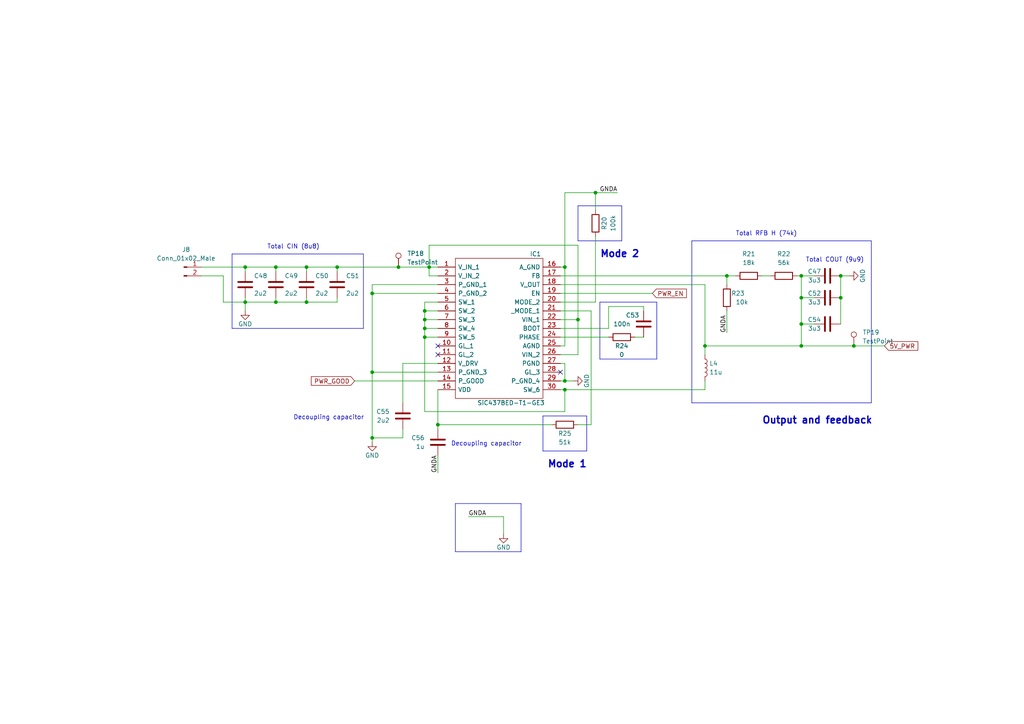
<source format=kicad_sch>
(kicad_sch (version 20230121) (generator eeschema)

  (uuid bcc9a95c-e81a-4887-b27a-f661fed4bdca)

  (paper "A4")

  (title_block
    (title "Camera Power Buck Converter")
    (date "2023-02-07")
    (rev "0.1")
    (company "ICLR")
  )

  (lib_symbols
    (symbol "Connector:Conn_01x02_Male" (pin_names (offset 1.016) hide) (in_bom yes) (on_board yes)
      (property "Reference" "J" (at 0 2.54 0)
        (effects (font (size 1.27 1.27)))
      )
      (property "Value" "Conn_01x02_Male" (at 0 -5.08 0)
        (effects (font (size 1.27 1.27)))
      )
      (property "Footprint" "" (at 0 0 0)
        (effects (font (size 1.27 1.27)) hide)
      )
      (property "Datasheet" "~" (at 0 0 0)
        (effects (font (size 1.27 1.27)) hide)
      )
      (property "ki_keywords" "connector" (at 0 0 0)
        (effects (font (size 1.27 1.27)) hide)
      )
      (property "ki_description" "Generic connector, single row, 01x02, script generated (kicad-library-utils/schlib/autogen/connector/)" (at 0 0 0)
        (effects (font (size 1.27 1.27)) hide)
      )
      (property "ki_fp_filters" "Connector*:*_1x??_*" (at 0 0 0)
        (effects (font (size 1.27 1.27)) hide)
      )
      (symbol "Conn_01x02_Male_1_1"
        (polyline
          (pts
            (xy 1.27 -2.54)
            (xy 0.8636 -2.54)
          )
          (stroke (width 0.1524) (type default))
          (fill (type none))
        )
        (polyline
          (pts
            (xy 1.27 0)
            (xy 0.8636 0)
          )
          (stroke (width 0.1524) (type default))
          (fill (type none))
        )
        (rectangle (start 0.8636 -2.413) (end 0 -2.667)
          (stroke (width 0.1524) (type default))
          (fill (type outline))
        )
        (rectangle (start 0.8636 0.127) (end 0 -0.127)
          (stroke (width 0.1524) (type default))
          (fill (type outline))
        )
        (pin passive line (at 5.08 0 180) (length 3.81)
          (name "Pin_1" (effects (font (size 1.27 1.27))))
          (number "1" (effects (font (size 1.27 1.27))))
        )
        (pin passive line (at 5.08 -2.54 180) (length 3.81)
          (name "Pin_2" (effects (font (size 1.27 1.27))))
          (number "2" (effects (font (size 1.27 1.27))))
        )
      )
    )
    (symbol "Connector:TestPoint" (pin_numbers hide) (pin_names (offset 0.762) hide) (in_bom yes) (on_board yes)
      (property "Reference" "TP" (at 0 6.858 0)
        (effects (font (size 1.27 1.27)))
      )
      (property "Value" "TestPoint" (at 0 5.08 0)
        (effects (font (size 1.27 1.27)))
      )
      (property "Footprint" "" (at 5.08 0 0)
        (effects (font (size 1.27 1.27)) hide)
      )
      (property "Datasheet" "~" (at 5.08 0 0)
        (effects (font (size 1.27 1.27)) hide)
      )
      (property "ki_keywords" "test point tp" (at 0 0 0)
        (effects (font (size 1.27 1.27)) hide)
      )
      (property "ki_description" "test point" (at 0 0 0)
        (effects (font (size 1.27 1.27)) hide)
      )
      (property "ki_fp_filters" "Pin* Test*" (at 0 0 0)
        (effects (font (size 1.27 1.27)) hide)
      )
      (symbol "TestPoint_0_1"
        (circle (center 0 3.302) (radius 0.762)
          (stroke (width 0) (type default))
          (fill (type none))
        )
      )
      (symbol "TestPoint_1_1"
        (pin passive line (at 0 0 90) (length 2.54)
          (name "1" (effects (font (size 1.27 1.27))))
          (number "1" (effects (font (size 1.27 1.27))))
        )
      )
    )
    (symbol "Device:C" (pin_numbers hide) (pin_names (offset 0.254)) (in_bom yes) (on_board yes)
      (property "Reference" "C" (at 0.635 2.54 0)
        (effects (font (size 1.27 1.27)) (justify left))
      )
      (property "Value" "C" (at 0.635 -2.54 0)
        (effects (font (size 1.27 1.27)) (justify left))
      )
      (property "Footprint" "" (at 0.9652 -3.81 0)
        (effects (font (size 1.27 1.27)) hide)
      )
      (property "Datasheet" "~" (at 0 0 0)
        (effects (font (size 1.27 1.27)) hide)
      )
      (property "ki_keywords" "cap capacitor" (at 0 0 0)
        (effects (font (size 1.27 1.27)) hide)
      )
      (property "ki_description" "Unpolarized capacitor" (at 0 0 0)
        (effects (font (size 1.27 1.27)) hide)
      )
      (property "ki_fp_filters" "C_*" (at 0 0 0)
        (effects (font (size 1.27 1.27)) hide)
      )
      (symbol "C_0_1"
        (polyline
          (pts
            (xy -2.032 -0.762)
            (xy 2.032 -0.762)
          )
          (stroke (width 0.508) (type default))
          (fill (type none))
        )
        (polyline
          (pts
            (xy -2.032 0.762)
            (xy 2.032 0.762)
          )
          (stroke (width 0.508) (type default))
          (fill (type none))
        )
      )
      (symbol "C_1_1"
        (pin passive line (at 0 3.81 270) (length 2.794)
          (name "~" (effects (font (size 1.27 1.27))))
          (number "1" (effects (font (size 1.27 1.27))))
        )
        (pin passive line (at 0 -3.81 90) (length 2.794)
          (name "~" (effects (font (size 1.27 1.27))))
          (number "2" (effects (font (size 1.27 1.27))))
        )
      )
    )
    (symbol "Device:L" (pin_numbers hide) (pin_names (offset 1.016) hide) (in_bom yes) (on_board yes)
      (property "Reference" "L" (at -1.27 0 90)
        (effects (font (size 1.27 1.27)))
      )
      (property "Value" "L" (at 1.905 0 90)
        (effects (font (size 1.27 1.27)))
      )
      (property "Footprint" "" (at 0 0 0)
        (effects (font (size 1.27 1.27)) hide)
      )
      (property "Datasheet" "~" (at 0 0 0)
        (effects (font (size 1.27 1.27)) hide)
      )
      (property "ki_keywords" "inductor choke coil reactor magnetic" (at 0 0 0)
        (effects (font (size 1.27 1.27)) hide)
      )
      (property "ki_description" "Inductor" (at 0 0 0)
        (effects (font (size 1.27 1.27)) hide)
      )
      (property "ki_fp_filters" "Choke_* *Coil* Inductor_* L_*" (at 0 0 0)
        (effects (font (size 1.27 1.27)) hide)
      )
      (symbol "L_0_1"
        (arc (start 0 -2.54) (mid 0.6323 -1.905) (end 0 -1.27)
          (stroke (width 0) (type default))
          (fill (type none))
        )
        (arc (start 0 -1.27) (mid 0.6323 -0.635) (end 0 0)
          (stroke (width 0) (type default))
          (fill (type none))
        )
        (arc (start 0 0) (mid 0.6323 0.635) (end 0 1.27)
          (stroke (width 0) (type default))
          (fill (type none))
        )
        (arc (start 0 1.27) (mid 0.6323 1.905) (end 0 2.54)
          (stroke (width 0) (type default))
          (fill (type none))
        )
      )
      (symbol "L_1_1"
        (pin passive line (at 0 3.81 270) (length 1.27)
          (name "1" (effects (font (size 1.27 1.27))))
          (number "1" (effects (font (size 1.27 1.27))))
        )
        (pin passive line (at 0 -3.81 90) (length 1.27)
          (name "2" (effects (font (size 1.27 1.27))))
          (number "2" (effects (font (size 1.27 1.27))))
        )
      )
    )
    (symbol "Device:R" (pin_numbers hide) (pin_names (offset 0)) (in_bom yes) (on_board yes)
      (property "Reference" "R" (at 2.032 0 90)
        (effects (font (size 1.27 1.27)))
      )
      (property "Value" "R" (at 0 0 90)
        (effects (font (size 1.27 1.27)))
      )
      (property "Footprint" "" (at -1.778 0 90)
        (effects (font (size 1.27 1.27)) hide)
      )
      (property "Datasheet" "~" (at 0 0 0)
        (effects (font (size 1.27 1.27)) hide)
      )
      (property "ki_keywords" "R res resistor" (at 0 0 0)
        (effects (font (size 1.27 1.27)) hide)
      )
      (property "ki_description" "Resistor" (at 0 0 0)
        (effects (font (size 1.27 1.27)) hide)
      )
      (property "ki_fp_filters" "R_*" (at 0 0 0)
        (effects (font (size 1.27 1.27)) hide)
      )
      (symbol "R_0_1"
        (rectangle (start -1.016 -2.54) (end 1.016 2.54)
          (stroke (width 0.254) (type default))
          (fill (type none))
        )
      )
      (symbol "R_1_1"
        (pin passive line (at 0 3.81 270) (length 1.27)
          (name "~" (effects (font (size 1.27 1.27))))
          (number "1" (effects (font (size 1.27 1.27))))
        )
        (pin passive line (at 0 -3.81 90) (length 1.27)
          (name "~" (effects (font (size 1.27 1.27))))
          (number "2" (effects (font (size 1.27 1.27))))
        )
      )
    )
    (symbol "ICLR:SiC437BED-T1-GE3" (pin_names (offset 0.762)) (in_bom yes) (on_board yes)
      (property "Reference" "IC" (at 31.75 7.62 0)
        (effects (font (size 1.27 1.27)) (justify left))
      )
      (property "Value" "SiC437BED-T1-GE3" (at 31.75 5.08 0)
        (effects (font (size 1.27 1.27)) (justify left))
      )
      (property "Footprint" "SiC437BEDT1GE3" (at 31.75 2.54 0)
        (effects (font (size 1.27 1.27)) (justify left) hide)
      )
      (property "Datasheet" "https://componentsearchengine.com/Datasheets/1/SiC437BED-T1-GE3.pdf" (at 31.75 0 0)
        (effects (font (size 1.27 1.27)) (justify left) hide)
      )
      (property "Description" "Switching Voltage Regulators 3-28V 12A 50uA microBUCK MLP44-24" (at 31.75 -2.54 0)
        (effects (font (size 1.27 1.27)) (justify left) hide)
      )
      (property "Height" "0.8" (at 31.75 -5.08 0)
        (effects (font (size 1.27 1.27)) (justify left) hide)
      )
      (property "Manufacturer_Name" "Vishay" (at 31.75 -7.62 0)
        (effects (font (size 1.27 1.27)) (justify left) hide)
      )
      (property "Manufacturer_Part_Number" "SiC437BED-T1-GE3" (at 31.75 -10.16 0)
        (effects (font (size 1.27 1.27)) (justify left) hide)
      )
      (property "Mouser Part Number" "78-SIC437BED-T1-GE3" (at 31.75 -12.7 0)
        (effects (font (size 1.27 1.27)) (justify left) hide)
      )
      (property "Mouser Price/Stock" "https://www.mouser.co.uk/ProductDetail/Vishay-Siliconix/SiC437BED-T1-GE3?qs=chTDxNqvsyntp1SKlnHzGA%3D%3D" (at 31.75 -15.24 0)
        (effects (font (size 1.27 1.27)) (justify left) hide)
      )
      (property "Arrow Part Number" "SIC437BED-T1-GE3" (at 31.75 -17.78 0)
        (effects (font (size 1.27 1.27)) (justify left) hide)
      )
      (property "Arrow Price/Stock" "https://www.arrow.com/en/products/sic437bed-t1-ge3/vishay" (at 31.75 -20.32 0)
        (effects (font (size 1.27 1.27)) (justify left) hide)
      )
      (property "Mouser Testing Part Number" "" (at 31.75 -22.86 0)
        (effects (font (size 1.27 1.27)) (justify left) hide)
      )
      (property "Mouser Testing Price/Stock" "" (at 31.75 -25.4 0)
        (effects (font (size 1.27 1.27)) (justify left) hide)
      )
      (property "ki_description" "Switching Voltage Regulators 3-28V 12A 50uA microBUCK MLP44-24" (at 0 0 0)
        (effects (font (size 1.27 1.27)) hide)
      )
      (symbol "SiC437BED-T1-GE3_0_0"
        (pin passive line (at 0 0 0) (length 5.08)
          (name "V_IN_1" (effects (font (size 1.27 1.27))))
          (number "1" (effects (font (size 1.27 1.27))))
        )
        (pin passive line (at 0 -22.86 0) (length 5.08)
          (name "GL_1" (effects (font (size 1.27 1.27))))
          (number "10" (effects (font (size 1.27 1.27))))
        )
        (pin passive line (at 0 -25.4 0) (length 5.08)
          (name "GL_2" (effects (font (size 1.27 1.27))))
          (number "11" (effects (font (size 1.27 1.27))))
        )
        (pin passive line (at 0 -27.94 0) (length 5.08)
          (name "V_DRV" (effects (font (size 1.27 1.27))))
          (number "12" (effects (font (size 1.27 1.27))))
        )
        (pin passive line (at 0 -30.48 0) (length 5.08)
          (name "P_GND_3" (effects (font (size 1.27 1.27))))
          (number "13" (effects (font (size 1.27 1.27))))
        )
        (pin passive line (at 0 -33.02 0) (length 5.08)
          (name "P_GOOD" (effects (font (size 1.27 1.27))))
          (number "14" (effects (font (size 1.27 1.27))))
        )
        (pin passive line (at 0 -35.56 0) (length 5.08)
          (name "VDD" (effects (font (size 1.27 1.27))))
          (number "15" (effects (font (size 1.27 1.27))))
        )
        (pin passive line (at 35.56 0 180) (length 5.08)
          (name "A_GND" (effects (font (size 1.27 1.27))))
          (number "16" (effects (font (size 1.27 1.27))))
        )
        (pin passive line (at 35.56 -2.54 180) (length 5.08)
          (name "FB" (effects (font (size 1.27 1.27))))
          (number "17" (effects (font (size 1.27 1.27))))
        )
        (pin passive line (at 35.56 -5.08 180) (length 5.08)
          (name "V_OUT" (effects (font (size 1.27 1.27))))
          (number "18" (effects (font (size 1.27 1.27))))
        )
        (pin passive line (at 35.56 -7.62 180) (length 5.08)
          (name "EN" (effects (font (size 1.27 1.27))))
          (number "19" (effects (font (size 1.27 1.27))))
        )
        (pin passive line (at 0 -2.54 0) (length 5.08)
          (name "V_IN_2" (effects (font (size 1.27 1.27))))
          (number "2" (effects (font (size 1.27 1.27))))
        )
        (pin passive line (at 35.56 -10.16 180) (length 5.08)
          (name "MODE_2" (effects (font (size 1.27 1.27))))
          (number "20" (effects (font (size 1.27 1.27))))
        )
        (pin passive line (at 35.56 -12.7 180) (length 5.08)
          (name "_MODE_1" (effects (font (size 1.27 1.27))))
          (number "21" (effects (font (size 1.27 1.27))))
        )
        (pin passive line (at 35.56 -15.24 180) (length 5.08)
          (name "VIN_1" (effects (font (size 1.27 1.27))))
          (number "22" (effects (font (size 1.27 1.27))))
        )
        (pin passive line (at 35.56 -17.78 180) (length 5.08)
          (name "BOOT" (effects (font (size 1.27 1.27))))
          (number "23" (effects (font (size 1.27 1.27))))
        )
        (pin passive line (at 35.56 -20.32 180) (length 5.08)
          (name "PHASE" (effects (font (size 1.27 1.27))))
          (number "24" (effects (font (size 1.27 1.27))))
        )
        (pin passive line (at 35.56 -22.86 180) (length 5.08)
          (name "AGND" (effects (font (size 1.27 1.27))))
          (number "25" (effects (font (size 1.27 1.27))))
        )
        (pin passive line (at 35.56 -25.4 180) (length 5.08)
          (name "VIN_2" (effects (font (size 1.27 1.27))))
          (number "26" (effects (font (size 1.27 1.27))))
        )
        (pin passive line (at 35.56 -27.94 180) (length 5.08)
          (name "PGND" (effects (font (size 1.27 1.27))))
          (number "27" (effects (font (size 1.27 1.27))))
        )
        (pin passive line (at 35.56 -30.48 180) (length 5.08)
          (name "GL_3" (effects (font (size 1.27 1.27))))
          (number "28" (effects (font (size 1.27 1.27))))
        )
        (pin passive line (at 35.56 -33.02 180) (length 5.08)
          (name "P_GND_4" (effects (font (size 1.27 1.27))))
          (number "29" (effects (font (size 1.27 1.27))))
        )
        (pin passive line (at 0 -5.08 0) (length 5.08)
          (name "P_GND_1" (effects (font (size 1.27 1.27))))
          (number "3" (effects (font (size 1.27 1.27))))
        )
        (pin passive line (at 35.56 -35.56 180) (length 5.08)
          (name "SW_6" (effects (font (size 1.27 1.27))))
          (number "30" (effects (font (size 1.27 1.27))))
        )
        (pin passive line (at 0 -7.62 0) (length 5.08)
          (name "P_GND_2" (effects (font (size 1.27 1.27))))
          (number "4" (effects (font (size 1.27 1.27))))
        )
        (pin passive line (at 0 -10.16 0) (length 5.08)
          (name "SW_1" (effects (font (size 1.27 1.27))))
          (number "5" (effects (font (size 1.27 1.27))))
        )
        (pin passive line (at 0 -12.7 0) (length 5.08)
          (name "SW_2" (effects (font (size 1.27 1.27))))
          (number "6" (effects (font (size 1.27 1.27))))
        )
        (pin passive line (at 0 -15.24 0) (length 5.08)
          (name "SW_3" (effects (font (size 1.27 1.27))))
          (number "7" (effects (font (size 1.27 1.27))))
        )
        (pin passive line (at 0 -17.78 0) (length 5.08)
          (name "SW_4" (effects (font (size 1.27 1.27))))
          (number "8" (effects (font (size 1.27 1.27))))
        )
        (pin passive line (at 0 -20.32 0) (length 5.08)
          (name "SW_5" (effects (font (size 1.27 1.27))))
          (number "9" (effects (font (size 1.27 1.27))))
        )
      )
      (symbol "SiC437BED-T1-GE3_0_1"
        (polyline
          (pts
            (xy 5.08 2.54)
            (xy 30.48 2.54)
            (xy 30.48 -38.1)
            (xy 5.08 -38.1)
            (xy 5.08 2.54)
          )
          (stroke (width 0.1524) (type default))
          (fill (type none))
        )
      )
    )
    (symbol "power:GND" (power) (pin_names (offset 0)) (in_bom yes) (on_board yes)
      (property "Reference" "#PWR" (at 0 -6.35 0)
        (effects (font (size 1.27 1.27)) hide)
      )
      (property "Value" "GND" (at 0 -3.81 0)
        (effects (font (size 1.27 1.27)))
      )
      (property "Footprint" "" (at 0 0 0)
        (effects (font (size 1.27 1.27)) hide)
      )
      (property "Datasheet" "" (at 0 0 0)
        (effects (font (size 1.27 1.27)) hide)
      )
      (property "ki_keywords" "global power" (at 0 0 0)
        (effects (font (size 1.27 1.27)) hide)
      )
      (property "ki_description" "Power symbol creates a global label with name \"GND\" , ground" (at 0 0 0)
        (effects (font (size 1.27 1.27)) hide)
      )
      (symbol "GND_0_1"
        (polyline
          (pts
            (xy 0 0)
            (xy 0 -1.27)
            (xy 1.27 -1.27)
            (xy 0 -2.54)
            (xy -1.27 -1.27)
            (xy 0 -1.27)
          )
          (stroke (width 0) (type default))
          (fill (type none))
        )
      )
      (symbol "GND_1_1"
        (pin power_in line (at 0 0 270) (length 0) hide
          (name "GND" (effects (font (size 1.27 1.27))))
          (number "1" (effects (font (size 1.27 1.27))))
        )
      )
    )
  )


  (junction (at 71.12 77.47) (diameter 0) (color 0 0 0 0)
    (uuid 0ed11768-3b58-4caf-be12-f0a05547a015)
  )
  (junction (at 247.65 100.33) (diameter 0) (color 0 0 0 0)
    (uuid 1792c455-127b-4f19-bda0-0029efc9b6e9)
  )
  (junction (at 88.9 77.47) (diameter 0) (color 0 0 0 0)
    (uuid 38198560-c7db-4bf3-8bd6-ac413f59eccc)
  )
  (junction (at 97.79 77.47) (diameter 0) (color 0 0 0 0)
    (uuid 39c421ca-1e8b-46b4-9f03-1c7fdcca7427)
  )
  (junction (at 71.12 87.63) (diameter 0) (color 0 0 0 0)
    (uuid 3c70f970-fbb1-4939-8d70-c85ac3cd85ac)
  )
  (junction (at 232.41 80.01) (diameter 0) (color 0 0 0 0)
    (uuid 3ec92c5d-70c4-4a1a-8671-f89638624234)
  )
  (junction (at 167.64 92.71) (diameter 0) (color 0 0 0 0)
    (uuid 4a0ca703-e401-4700-8607-cef2e95e95a3)
  )
  (junction (at 210.82 80.01) (diameter 0) (color 0 0 0 0)
    (uuid 4faf38ed-6183-4523-a218-adf31fdd9a2f)
  )
  (junction (at 123.19 97.79) (diameter 0) (color 0 0 0 0)
    (uuid 54b90f5f-062e-45a3-b1d1-466c422d2e38)
  )
  (junction (at 123.19 92.71) (diameter 0) (color 0 0 0 0)
    (uuid 5916c11c-2b93-4fa0-a715-523d55c4bca9)
  )
  (junction (at 163.83 113.03) (diameter 0) (color 0 0 0 0)
    (uuid 5e47e4e5-71ba-44c3-a16a-90e1a7136f64)
  )
  (junction (at 232.41 93.98) (diameter 0) (color 0 0 0 0)
    (uuid 5ea9dd34-a9b5-4351-9e5b-150a28ce520d)
  )
  (junction (at 232.41 100.33) (diameter 0) (color 0 0 0 0)
    (uuid 5ec2072b-41fc-48ba-a413-d24f0f60beae)
  )
  (junction (at 243.84 86.36) (diameter 0) (color 0 0 0 0)
    (uuid 660bd274-8f48-441a-9dc4-e31aee976f92)
  )
  (junction (at 204.47 100.33) (diameter 0) (color 0 0 0 0)
    (uuid 6622b0cb-72e9-4679-8b19-9ef981d62de9)
  )
  (junction (at 107.95 107.95) (diameter 0) (color 0 0 0 0)
    (uuid 6e77693b-b2ea-4992-a893-5164b63a87db)
  )
  (junction (at 107.95 127) (diameter 0) (color 0 0 0 0)
    (uuid 7a72a317-b950-41d2-8377-55eaaab3b963)
  )
  (junction (at 115.57 77.47) (diameter 0) (color 0 0 0 0)
    (uuid 94f88e7d-5a9e-41ec-a61d-36202847edc2)
  )
  (junction (at 123.19 90.17) (diameter 0) (color 0 0 0 0)
    (uuid 95f5b309-8d3a-4f1f-bb7c-35c8b5853eeb)
  )
  (junction (at 163.83 110.49) (diameter 0) (color 0 0 0 0)
    (uuid 9929eda2-8be4-4a72-922d-7d3675e3031f)
  )
  (junction (at 163.83 77.47) (diameter 0) (color 0 0 0 0)
    (uuid af0cab1a-b60b-4200-b8c9-a3aa26f9ce53)
  )
  (junction (at 172.72 55.88) (diameter 0) (color 0 0 0 0)
    (uuid b1c86d8e-c4f9-4fd8-b1a5-176c5a7535a0)
  )
  (junction (at 123.19 95.25) (diameter 0) (color 0 0 0 0)
    (uuid b7fcc818-982b-4d58-a5b9-01920bff0c51)
  )
  (junction (at 124.46 77.47) (diameter 0) (color 0 0 0 0)
    (uuid ba7fc03b-c285-4926-aa66-7ed86dceee2d)
  )
  (junction (at 232.41 86.36) (diameter 0) (color 0 0 0 0)
    (uuid bd768512-6835-446c-8f57-168c19d50b7c)
  )
  (junction (at 88.9 87.63) (diameter 0) (color 0 0 0 0)
    (uuid bfa5f25c-d126-4439-b97c-32f2de039e62)
  )
  (junction (at 127 123.19) (diameter 0) (color 0 0 0 0)
    (uuid c5c7251a-3fb7-465d-85d2-01a58c328aa4)
  )
  (junction (at 80.01 87.63) (diameter 0) (color 0 0 0 0)
    (uuid d073793a-0574-4645-8fa7-e412ca0d2cd3)
  )
  (junction (at 243.84 80.01) (diameter 0) (color 0 0 0 0)
    (uuid d2ee800a-178c-4ba3-9a34-60d9115a9866)
  )
  (junction (at 80.01 77.47) (diameter 0) (color 0 0 0 0)
    (uuid d9facece-18d3-4e1f-b387-2b2ea9addad6)
  )
  (junction (at 107.95 85.09) (diameter 0) (color 0 0 0 0)
    (uuid e69d4b87-7419-4b96-9e3d-284eaf0f121b)
  )

  (no_connect (at 162.56 107.95) (uuid 5ddf6241-09c0-42ee-83a7-02ef72dde557))
  (no_connect (at 127 102.87) (uuid b6b1d45c-56c6-43b8-bf5f-8f05e6dcdf72))
  (no_connect (at 127 100.33) (uuid dadcad48-0f7c-4228-9385-a4f9784def52))

  (wire (pts (xy 58.42 77.47) (xy 71.12 77.47))
    (stroke (width 0) (type default))
    (uuid 011a9fc2-b402-4187-b4a2-e23e50194191)
  )
  (wire (pts (xy 162.56 97.79) (xy 176.53 97.79))
    (stroke (width 0) (type default))
    (uuid 0557203b-dd37-4907-895a-8ba4b8d8b898)
  )
  (wire (pts (xy 172.72 68.58) (xy 172.72 87.63))
    (stroke (width 0) (type default))
    (uuid 08fe5e5a-5979-4220-9085-cd479840e0df)
  )
  (wire (pts (xy 163.83 55.88) (xy 172.72 55.88))
    (stroke (width 0) (type default))
    (uuid 09c31ed1-0104-4bfb-a936-deac369f02e3)
  )
  (wire (pts (xy 124.46 77.47) (xy 124.46 80.01))
    (stroke (width 0) (type default))
    (uuid 0bcdccf7-731f-4f6c-9fdd-c266f8b79132)
  )
  (wire (pts (xy 123.19 92.71) (xy 127 92.71))
    (stroke (width 0) (type default))
    (uuid 0c5bf417-4632-466e-9c2e-bf68dd6f3fe5)
  )
  (wire (pts (xy 135.89 149.86) (xy 146.05 149.86))
    (stroke (width 0) (type default))
    (uuid 0d98f84e-3356-46a3-9ad6-60058e5a773c)
  )
  (wire (pts (xy 167.64 92.71) (xy 167.64 71.12))
    (stroke (width 0) (type default))
    (uuid 10eff466-58e3-4dab-a114-158b31edd845)
  )
  (wire (pts (xy 243.84 80.01) (xy 246.38 80.01))
    (stroke (width 0) (type default))
    (uuid 1464e0b2-bb10-4718-8821-da35136602fb)
  )
  (wire (pts (xy 107.95 82.55) (xy 107.95 85.09))
    (stroke (width 0) (type default))
    (uuid 163c9f39-dfd2-4593-b279-288039beb3bf)
  )
  (wire (pts (xy 163.83 77.47) (xy 163.83 100.33))
    (stroke (width 0) (type default))
    (uuid 196d1f17-f444-49bb-9673-0c842ad8f433)
  )
  (wire (pts (xy 123.19 97.79) (xy 123.19 119.38))
    (stroke (width 0) (type default))
    (uuid 1adcbce3-4d57-44e7-aa07-85c8aac8a8e0)
  )
  (polyline (pts (xy 170.18 130.81) (xy 157.48 130.81))
    (stroke (width 0) (type default))
    (uuid 1d0b98d2-6eb5-4670-b9ff-6927654f7f3a)
  )

  (wire (pts (xy 71.12 86.36) (xy 71.12 87.63))
    (stroke (width 0) (type default))
    (uuid 1fbf0891-5ff8-4d2a-b0a4-aa56b8daeb4b)
  )
  (polyline (pts (xy 200.66 116.84) (xy 209.55 116.84))
    (stroke (width 0) (type default))
    (uuid 21a89915-23d3-43fb-b156-3e4bcd7a5c34)
  )
  (polyline (pts (xy 170.18 120.65) (xy 170.18 130.81))
    (stroke (width 0) (type default))
    (uuid 23910db4-a076-4316-a9a4-097a9ae091a4)
  )

  (wire (pts (xy 162.56 110.49) (xy 163.83 110.49))
    (stroke (width 0) (type default))
    (uuid 24b112cc-cd80-4991-886c-c23dd6c386d3)
  )
  (wire (pts (xy 115.57 77.47) (xy 124.46 77.47))
    (stroke (width 0) (type default))
    (uuid 26adcce1-b89a-43ac-b38d-ba205fcab74c)
  )
  (wire (pts (xy 71.12 87.63) (xy 80.01 87.63))
    (stroke (width 0) (type default))
    (uuid 298dc356-40bf-4cc3-82f3-47712e977eae)
  )
  (polyline (pts (xy 151.13 160.02) (xy 132.08 160.02))
    (stroke (width 0) (type default))
    (uuid 29bdb93e-d80c-4a81-8cf1-b975a7cdde4a)
  )

  (wire (pts (xy 162.56 82.55) (xy 204.47 82.55))
    (stroke (width 0) (type default))
    (uuid 2f4ee571-070c-45e0-9780-d4be1995eb70)
  )
  (wire (pts (xy 71.12 77.47) (xy 80.01 77.47))
    (stroke (width 0) (type default))
    (uuid 31ddb218-95c4-4a72-9672-c48f8b15c7f4)
  )
  (wire (pts (xy 204.47 100.33) (xy 204.47 102.87))
    (stroke (width 0) (type default))
    (uuid 32cd8299-fef6-4521-b3ec-8f177f16cd1b)
  )
  (wire (pts (xy 172.72 55.88) (xy 172.72 60.96))
    (stroke (width 0) (type default))
    (uuid 33143e25-e75b-4696-8e39-3ed931dbd885)
  )
  (wire (pts (xy 116.84 127) (xy 107.95 127))
    (stroke (width 0) (type default))
    (uuid 35a84b19-5db9-4e2f-a144-d223a8c2e53b)
  )
  (wire (pts (xy 124.46 77.47) (xy 127 77.47))
    (stroke (width 0) (type default))
    (uuid 361623bf-c967-491a-8086-1e3211769c27)
  )
  (polyline (pts (xy 67.31 95.25) (xy 105.41 95.25))
    (stroke (width 0) (type default))
    (uuid 3837cf04-6a71-4bb9-93a5-759a653eee1f)
  )

  (wire (pts (xy 162.56 80.01) (xy 210.82 80.01))
    (stroke (width 0) (type default))
    (uuid 39f2bd6c-791a-49cd-a597-6c98b1bb78f4)
  )
  (wire (pts (xy 210.82 80.01) (xy 213.36 80.01))
    (stroke (width 0) (type default))
    (uuid 3aae5056-dd4d-48eb-97d2-e188a10d1250)
  )
  (wire (pts (xy 163.83 110.49) (xy 163.83 105.41))
    (stroke (width 0) (type default))
    (uuid 3b93fce1-7dd9-4b28-9483-93cc51b7600b)
  )
  (wire (pts (xy 71.12 87.63) (xy 71.12 90.17))
    (stroke (width 0) (type default))
    (uuid 3c5e40a8-db65-480c-aadf-4295ff4c4a2b)
  )
  (wire (pts (xy 167.64 123.19) (xy 171.45 123.19))
    (stroke (width 0) (type default))
    (uuid 3c9ad0d9-a6e4-449d-ab06-840421ed12d0)
  )
  (wire (pts (xy 220.98 80.01) (xy 223.52 80.01))
    (stroke (width 0) (type default))
    (uuid 3e074d2b-b3ae-413f-9f54-d0bb25ec04e0)
  )
  (wire (pts (xy 107.95 128.27) (xy 107.95 127))
    (stroke (width 0) (type default))
    (uuid 3f77d2a0-a2c1-46d6-8160-c06145b2fbef)
  )
  (wire (pts (xy 123.19 97.79) (xy 127 97.79))
    (stroke (width 0) (type default))
    (uuid 3fcab624-9ad1-46f2-bc43-89421173488c)
  )
  (wire (pts (xy 64.77 87.63) (xy 71.12 87.63))
    (stroke (width 0) (type default))
    (uuid 405e1840-0889-4988-a70f-e500b502f3cf)
  )
  (wire (pts (xy 232.41 86.36) (xy 236.22 86.36))
    (stroke (width 0) (type default))
    (uuid 40a07c4b-b8fa-4d60-9c6b-2550a9f3b709)
  )
  (wire (pts (xy 186.69 88.9) (xy 176.53 88.9))
    (stroke (width 0) (type default))
    (uuid 42c337fa-5d92-49dd-addf-9d8a0d9b2b05)
  )
  (polyline (pts (xy 252.73 116.84) (xy 209.55 116.84))
    (stroke (width 0) (type default))
    (uuid 43a4bb62-e123-40e4-80a4-905441cd194c)
  )

  (wire (pts (xy 123.19 90.17) (xy 127 90.17))
    (stroke (width 0) (type default))
    (uuid 45e87d42-da49-4483-a688-fd4956adfef3)
  )
  (wire (pts (xy 172.72 55.88) (xy 179.07 55.88))
    (stroke (width 0) (type default))
    (uuid 47731afb-2392-4352-a034-f59f59116d42)
  )
  (wire (pts (xy 127 107.95) (xy 107.95 107.95))
    (stroke (width 0) (type default))
    (uuid 4b5c3f06-120b-4807-88f9-157e85491a3a)
  )
  (wire (pts (xy 127 132.08) (xy 127 137.16))
    (stroke (width 0) (type default))
    (uuid 4d0135b0-a950-4f8d-a525-9f178bd96832)
  )
  (wire (pts (xy 243.84 80.01) (xy 243.84 86.36))
    (stroke (width 0) (type default))
    (uuid 4d300aca-cd69-4a24-b7a4-c682766db900)
  )
  (polyline (pts (xy 173.99 87.63) (xy 190.5 87.63))
    (stroke (width 0) (type default))
    (uuid 4e307ece-8e1c-4968-bdd1-085d19538cc9)
  )

  (wire (pts (xy 176.53 88.9) (xy 176.53 95.25))
    (stroke (width 0) (type default))
    (uuid 4ec442eb-959b-430d-90f9-79c4a46bde80)
  )
  (wire (pts (xy 123.19 92.71) (xy 123.19 95.25))
    (stroke (width 0) (type default))
    (uuid 519d3554-5220-4f1e-8a77-84d895aa97a9)
  )
  (wire (pts (xy 80.01 87.63) (xy 88.9 87.63))
    (stroke (width 0) (type default))
    (uuid 52a843df-a53b-4cd6-85e8-529770161030)
  )
  (wire (pts (xy 123.19 95.25) (xy 127 95.25))
    (stroke (width 0) (type default))
    (uuid 56823de8-afb4-41b8-bd27-87eac8263ef8)
  )
  (wire (pts (xy 204.47 100.33) (xy 204.47 82.55))
    (stroke (width 0) (type default))
    (uuid 56fa5599-1a0b-4dfb-a676-a98b47647f20)
  )
  (wire (pts (xy 232.41 93.98) (xy 236.22 93.98))
    (stroke (width 0) (type default))
    (uuid 581b78c0-d003-4cda-bdd6-6d93d6b9236d)
  )
  (wire (pts (xy 232.41 93.98) (xy 232.41 100.33))
    (stroke (width 0) (type default))
    (uuid 6269ee02-65a3-4c34-8658-0bcf5b4e3e21)
  )
  (wire (pts (xy 80.01 77.47) (xy 80.01 78.74))
    (stroke (width 0) (type default))
    (uuid 62c5ae8f-c4bd-42dd-b311-3d78c0048e61)
  )
  (wire (pts (xy 80.01 86.36) (xy 80.01 87.63))
    (stroke (width 0) (type default))
    (uuid 6652bb62-f53a-41f3-b899-bd4afc0292ef)
  )
  (polyline (pts (xy 180.34 59.69) (xy 167.64 59.69))
    (stroke (width 0) (type default))
    (uuid 6d6fe97c-6de3-440f-aefd-f88406b033a0)
  )

  (wire (pts (xy 88.9 87.63) (xy 97.79 87.63))
    (stroke (width 0) (type default))
    (uuid 6e4000e9-c39b-43d6-b088-f4c7fb660f4a)
  )
  (wire (pts (xy 232.41 80.01) (xy 232.41 86.36))
    (stroke (width 0) (type default))
    (uuid 6e592d38-7a4a-45e6-a62d-98f5d46ef7ca)
  )
  (wire (pts (xy 127 123.19) (xy 127 124.46))
    (stroke (width 0) (type default))
    (uuid 7020faba-9c5f-4d25-8e9e-7ca753051774)
  )
  (polyline (pts (xy 151.13 146.05) (xy 151.13 160.02))
    (stroke (width 0) (type default))
    (uuid 7381dad5-b01a-45b4-abde-73bcb65635ce)
  )

  (wire (pts (xy 162.56 85.09) (xy 189.23 85.09))
    (stroke (width 0) (type default))
    (uuid 7588d5b3-6489-486d-ab72-76e8a28c1ae3)
  )
  (wire (pts (xy 127 123.19) (xy 160.02 123.19))
    (stroke (width 0) (type default))
    (uuid 76c3503f-10e9-4971-ab66-185dfc874634)
  )
  (wire (pts (xy 123.19 90.17) (xy 123.19 92.71))
    (stroke (width 0) (type default))
    (uuid 7719d9fb-9f7b-4e7e-b0fc-ea2ea570503c)
  )
  (wire (pts (xy 204.47 100.33) (xy 232.41 100.33))
    (stroke (width 0) (type default))
    (uuid 78844f52-7cb8-4d02-abe4-fdaf461b46dc)
  )
  (wire (pts (xy 107.95 85.09) (xy 107.95 107.95))
    (stroke (width 0) (type default))
    (uuid 7940ed89-6a1f-4e20-8e1d-5aae8cd3a70f)
  )
  (wire (pts (xy 123.19 87.63) (xy 123.19 90.17))
    (stroke (width 0) (type default))
    (uuid 835b81ff-2385-448c-9616-0ce2792312b7)
  )
  (wire (pts (xy 210.82 82.55) (xy 210.82 80.01))
    (stroke (width 0) (type default))
    (uuid 885fbf38-fa06-46f0-8766-4c791fdfe152)
  )
  (wire (pts (xy 163.83 113.03) (xy 162.56 113.03))
    (stroke (width 0) (type default))
    (uuid 8c26f436-b387-4098-8bcd-611b0f21274b)
  )
  (wire (pts (xy 162.56 90.17) (xy 171.45 90.17))
    (stroke (width 0) (type default))
    (uuid 8d25ce98-26ea-487e-ad08-f83b701abca7)
  )
  (wire (pts (xy 210.82 90.17) (xy 210.82 96.52))
    (stroke (width 0) (type default))
    (uuid 8d4c7a0a-4777-40ec-933e-71660cc9e13a)
  )
  (wire (pts (xy 163.83 105.41) (xy 162.56 105.41))
    (stroke (width 0) (type default))
    (uuid 90c73db0-940d-4550-86ee-84ccbbde6a63)
  )
  (wire (pts (xy 88.9 87.63) (xy 88.9 86.36))
    (stroke (width 0) (type default))
    (uuid 93ace44d-f09f-4863-b111-72e8e54b8eb0)
  )
  (polyline (pts (xy 167.64 69.85) (xy 180.34 69.85))
    (stroke (width 0) (type default))
    (uuid 95e0d52b-e1f8-410a-b07c-432eecd2cef3)
  )

  (wire (pts (xy 71.12 77.47) (xy 71.12 78.74))
    (stroke (width 0) (type default))
    (uuid 971a1b2d-fac9-431e-8b7b-23bee07b2d4a)
  )
  (wire (pts (xy 162.56 87.63) (xy 172.72 87.63))
    (stroke (width 0) (type default))
    (uuid 9ba38774-dc2b-47f6-99fe-f15f9185c3f2)
  )
  (wire (pts (xy 163.83 110.49) (xy 166.37 110.49))
    (stroke (width 0) (type default))
    (uuid 9cb1bec9-130b-4e7f-ab89-e5e4a1eb7b6f)
  )
  (wire (pts (xy 163.83 77.47) (xy 163.83 55.88))
    (stroke (width 0) (type default))
    (uuid 9de8a98b-298a-441c-bd88-4fdde601c9a7)
  )
  (wire (pts (xy 102.87 110.49) (xy 127 110.49))
    (stroke (width 0) (type default))
    (uuid 9edaa694-9f39-4b58-bee4-e7b11120b2d9)
  )
  (polyline (pts (xy 132.08 146.05) (xy 151.13 146.05))
    (stroke (width 0) (type default))
    (uuid a3f3e034-af79-4187-8a55-459e50bf9acb)
  )

  (wire (pts (xy 247.65 100.33) (xy 256.54 100.33))
    (stroke (width 0) (type default))
    (uuid a4011188-edb0-43e1-b0e6-00f2127b3517)
  )
  (wire (pts (xy 231.14 80.01) (xy 232.41 80.01))
    (stroke (width 0) (type default))
    (uuid a4e4caff-6b9e-44ba-bfab-74b7c51c0216)
  )
  (wire (pts (xy 162.56 102.87) (xy 167.64 102.87))
    (stroke (width 0) (type default))
    (uuid a57aef40-a74e-47a6-99ad-e51ccb72bfb2)
  )
  (wire (pts (xy 123.19 95.25) (xy 123.19 97.79))
    (stroke (width 0) (type default))
    (uuid a594bf86-fda7-4f77-ba50-ac5b8c96b925)
  )
  (polyline (pts (xy 190.5 87.63) (xy 190.5 104.14))
    (stroke (width 0) (type default))
    (uuid a5f3a5f4-3ca9-476b-9e1e-74a0d3d553a7)
  )

  (wire (pts (xy 116.84 105.41) (xy 116.84 116.84))
    (stroke (width 0) (type default))
    (uuid a8313a61-0289-43f3-97a8-1b9f9534f8df)
  )
  (wire (pts (xy 171.45 90.17) (xy 171.45 123.19))
    (stroke (width 0) (type default))
    (uuid a90d15c4-7c9b-4df0-affe-ec4c642dbf77)
  )
  (polyline (pts (xy 157.48 120.65) (xy 170.18 120.65))
    (stroke (width 0) (type default))
    (uuid a920e30d-36ad-4b19-9ff5-fc83934e29bd)
  )

  (wire (pts (xy 167.64 102.87) (xy 167.64 92.71))
    (stroke (width 0) (type default))
    (uuid aa9b1144-2fcb-4629-a364-573373f51f6c)
  )
  (wire (pts (xy 162.56 77.47) (xy 163.83 77.47))
    (stroke (width 0) (type default))
    (uuid ab7d8c34-0498-496f-a37a-fa0c2c0d10cf)
  )
  (wire (pts (xy 116.84 124.46) (xy 116.84 127))
    (stroke (width 0) (type default))
    (uuid af7e0e5c-b035-4fec-a96b-c8d77ee038d6)
  )
  (wire (pts (xy 97.79 77.47) (xy 97.79 78.74))
    (stroke (width 0) (type default))
    (uuid b11e1715-34f0-43c4-8638-9a785b0f0610)
  )
  (wire (pts (xy 184.15 97.79) (xy 186.69 97.79))
    (stroke (width 0) (type default))
    (uuid b412fadc-aa7a-412a-ad59-f98d6900a25e)
  )
  (wire (pts (xy 127 113.03) (xy 127 123.19))
    (stroke (width 0) (type default))
    (uuid b78fea9e-faae-497a-af56-9e819be397a7)
  )
  (wire (pts (xy 127 87.63) (xy 123.19 87.63))
    (stroke (width 0) (type default))
    (uuid b9b32237-56ae-4771-a1aa-c1f1eba81530)
  )
  (polyline (pts (xy 157.48 120.65) (xy 157.48 130.81))
    (stroke (width 0) (type default))
    (uuid b9bfe2ed-54ae-48e4-a0c2-cc08c8a1f44d)
  )

  (wire (pts (xy 97.79 86.36) (xy 97.79 87.63))
    (stroke (width 0) (type default))
    (uuid ba10559e-965a-472d-a5ed-bebda57d80ac)
  )
  (wire (pts (xy 58.42 80.01) (xy 64.77 80.01))
    (stroke (width 0) (type default))
    (uuid be088926-17fd-477d-b34f-46dfd74e7b35)
  )
  (wire (pts (xy 88.9 77.47) (xy 88.9 78.74))
    (stroke (width 0) (type default))
    (uuid c25099a1-88e6-450d-bbfa-f2fc5ea14f5f)
  )
  (wire (pts (xy 80.01 77.47) (xy 88.9 77.47))
    (stroke (width 0) (type default))
    (uuid c373bb57-8ba3-49f6-8118-8ef5ccf80bc0)
  )
  (wire (pts (xy 88.9 77.47) (xy 97.79 77.47))
    (stroke (width 0) (type default))
    (uuid cfd29e26-63ca-47c9-a727-6c9c9986b4f4)
  )
  (wire (pts (xy 204.47 110.49) (xy 204.47 113.03))
    (stroke (width 0) (type default))
    (uuid cfed0f47-7a93-41ed-8d2e-834700e6cbb6)
  )
  (wire (pts (xy 97.79 77.47) (xy 115.57 77.47))
    (stroke (width 0) (type default))
    (uuid d1e065f4-145e-428a-9e48-9fd8559f31fe)
  )
  (wire (pts (xy 146.05 149.86) (xy 146.05 154.94))
    (stroke (width 0) (type default))
    (uuid d23eefc7-af1a-4a76-a9e1-b69965a44ffc)
  )
  (wire (pts (xy 107.95 82.55) (xy 127 82.55))
    (stroke (width 0) (type default))
    (uuid d2605939-7bdf-4cf8-8399-f0a6d74dd16f)
  )
  (polyline (pts (xy 132.08 146.05) (xy 132.08 160.02))
    (stroke (width 0) (type default))
    (uuid d28ed316-41dc-4040-be7d-a350a7a3c90e)
  )

  (wire (pts (xy 232.41 80.01) (xy 236.22 80.01))
    (stroke (width 0) (type default))
    (uuid d59f17fe-2ef7-4b07-a384-fd41a0e1e53e)
  )
  (wire (pts (xy 107.95 107.95) (xy 107.95 127))
    (stroke (width 0) (type default))
    (uuid d673cd66-3954-4ce2-aad1-4fa508e078e6)
  )
  (wire (pts (xy 107.95 85.09) (xy 127 85.09))
    (stroke (width 0) (type default))
    (uuid d6dd9b40-d53c-422b-ac35-e4a913b5f301)
  )
  (polyline (pts (xy 200.66 69.85) (xy 252.73 69.85))
    (stroke (width 0) (type default))
    (uuid da4ae957-cf5b-412e-9782-2d894e357498)
  )

  (wire (pts (xy 127 105.41) (xy 116.84 105.41))
    (stroke (width 0) (type default))
    (uuid da5519de-f413-48d1-a75f-8f8623c4a90d)
  )
  (polyline (pts (xy 173.99 87.63) (xy 173.99 104.14))
    (stroke (width 0) (type default))
    (uuid da8db5a5-0993-4e88-994b-6d7ac9a2e48a)
  )

  (wire (pts (xy 64.77 80.01) (xy 64.77 87.63))
    (stroke (width 0) (type default))
    (uuid dbf3f874-9b79-4322-9e5a-0fd05223d936)
  )
  (wire (pts (xy 162.56 100.33) (xy 163.83 100.33))
    (stroke (width 0) (type default))
    (uuid dc8960ad-ef70-4745-b399-f925bfe7f74c)
  )
  (wire (pts (xy 127 80.01) (xy 124.46 80.01))
    (stroke (width 0) (type default))
    (uuid df151797-463f-41c7-a728-c0f05ebf98c6)
  )
  (wire (pts (xy 163.83 113.03) (xy 204.47 113.03))
    (stroke (width 0) (type default))
    (uuid e1f2aa50-e866-4886-a9ba-fc0f8917f80f)
  )
  (wire (pts (xy 186.69 90.17) (xy 186.69 88.9))
    (stroke (width 0) (type default))
    (uuid e2460d57-e58e-492f-a352-0b90d4ce24c6)
  )
  (polyline (pts (xy 180.34 69.85) (xy 180.34 59.69))
    (stroke (width 0) (type default))
    (uuid e7566baa-17fc-4b52-9856-3d49f4351b41)
  )
  (polyline (pts (xy 252.73 69.85) (xy 252.73 116.84))
    (stroke (width 0) (type default))
    (uuid e86277dd-06cf-4942-a8e8-cf48fd79dd63)
  )

  (wire (pts (xy 162.56 92.71) (xy 167.64 92.71))
    (stroke (width 0) (type default))
    (uuid eb1cc024-9273-4ea0-bb75-6a76d3dbed8c)
  )
  (wire (pts (xy 243.84 86.36) (xy 243.84 93.98))
    (stroke (width 0) (type default))
    (uuid eb48ba81-1ccb-43af-9695-cc2ba35571d7)
  )
  (wire (pts (xy 163.83 113.03) (xy 163.83 119.38))
    (stroke (width 0) (type default))
    (uuid edebff75-0ec7-4597-94e8-36b1a6003ea7)
  )
  (wire (pts (xy 167.64 71.12) (xy 124.46 71.12))
    (stroke (width 0) (type default))
    (uuid edfc1c20-3ea3-47fe-9088-940d0ddc0ea1)
  )
  (wire (pts (xy 232.41 100.33) (xy 247.65 100.33))
    (stroke (width 0) (type default))
    (uuid eea38220-a0ad-4905-a2d7-0260c1b428bd)
  )
  (wire (pts (xy 162.56 95.25) (xy 176.53 95.25))
    (stroke (width 0) (type default))
    (uuid f37c98ba-294f-4e71-b6dd-b20a7ac67851)
  )
  (polyline (pts (xy 167.64 59.69) (xy 167.64 69.85))
    (stroke (width 0) (type default))
    (uuid f652c005-60bb-43d2-8255-9b5f53cba272)
  )

  (wire (pts (xy 232.41 86.36) (xy 232.41 93.98))
    (stroke (width 0) (type default))
    (uuid f6d72df9-d57c-419f-ae8b-4c2e2d6c533f)
  )
  (wire (pts (xy 124.46 71.12) (xy 124.46 77.47))
    (stroke (width 0) (type default))
    (uuid fb481373-0476-4d9e-be0c-c35c6abcd3b9)
  )
  (polyline (pts (xy 200.66 69.85) (xy 200.66 116.84))
    (stroke (width 0) (type default))
    (uuid fb864ecf-19a1-49b4-9dac-4b86667f7c4a)
  )
  (polyline (pts (xy 67.31 73.66) (xy 105.41 73.66))
    (stroke (width 0) (type default))
    (uuid fd34a211-8c4a-41d4-9501-2ce8b28e1b07)
  )
  (polyline (pts (xy 67.31 73.66) (xy 67.31 95.25))
    (stroke (width 0) (type default))
    (uuid fe0196b4-50d0-40d1-83c6-43f6c3ef1979)
  )
  (polyline (pts (xy 190.5 104.14) (xy 173.99 104.14))
    (stroke (width 0) (type default))
    (uuid fea22c1e-450a-485b-8fd9-324c2d2099a5)
  )

  (wire (pts (xy 123.19 119.38) (xy 163.83 119.38))
    (stroke (width 0) (type default))
    (uuid ffba7618-9a90-41ad-8d3a-00dc6098e23c)
  )
  (polyline (pts (xy 105.41 95.25) (xy 105.41 73.66))
    (stroke (width 0) (type default))
    (uuid ffbf5cd0-4cd4-481a-af58-bee7ebcd9397)
  )

  (text "Total CIN (8u8)\n" (at 77.47 72.39 0)
    (effects (font (size 1.27 1.27)) (justify left bottom))
    (uuid 2f279c7e-5f87-47f3-abcb-92a851c45d79)
  )
  (text "Total RFB H (74k)" (at 213.36 68.58 0)
    (effects (font (size 1.27 1.27)) (justify left bottom))
    (uuid 47a9ee79-6ecb-4a3a-b4b3-d158fc78db7d)
  )
  (text "Total COUT (9u9)" (at 233.68 76.2 0)
    (effects (font (size 1.27 1.27)) (justify left bottom))
    (uuid 6aca74ed-03a2-41ba-84f6-0e56903a86df)
  )
  (text "Decoupling capacitor" (at 130.81 129.54 0)
    (effects (font (size 1.27 1.27)) (justify left bottom))
    (uuid 6b56d2b4-3ca8-4053-bf12-9f6ad799e9b9)
  )
  (text "Mode 2" (at 173.99 74.93 0)
    (effects (font (size 2 2) (thickness 0.4) bold) (justify left bottom))
    (uuid 86bcfdbb-2c1d-443e-9064-ecdbeaac116a)
  )
  (text "Output and feedback" (at 220.98 123.19 0)
    (effects (font (size 2 2) (thickness 0.4) bold) (justify left bottom))
    (uuid a2232bc6-5443-4b37-8534-269bf52dbe40)
  )
  (text "Decoupling capacitor" (at 85.09 121.92 0)
    (effects (font (size 1.27 1.27)) (justify left bottom))
    (uuid a51503fe-bc8e-4102-b427-82fc6161b751)
  )
  (text "Mode 1" (at 158.75 135.89 0)
    (effects (font (size 2 2) (thickness 0.4) bold) (justify left bottom))
    (uuid eef8662a-6c2c-4005-a60b-650ac3593e11)
  )

  (label "GNDA" (at 210.82 96.52 90) (fields_autoplaced)
    (effects (font (size 1.27 1.27)) (justify left bottom))
    (uuid 3a69b0e2-156c-4f9a-ae6c-2ac79c8c86c0)
  )
  (label "GNDA" (at 127 137.16 90) (fields_autoplaced)
    (effects (font (size 1.27 1.27)) (justify left bottom))
    (uuid c4825197-e63c-412b-adb5-ed2ae7dbae4a)
  )
  (label "GNDA" (at 179.07 55.88 180) (fields_autoplaced)
    (effects (font (size 1.27 1.27)) (justify right bottom))
    (uuid eedd9f84-1798-41be-af47-12a71e19b2c5)
  )
  (label "GNDA" (at 135.89 149.86 0) (fields_autoplaced)
    (effects (font (size 1.27 1.27)) (justify left bottom))
    (uuid f041bcb7-354d-4402-af45-6faeb29313ae)
  )

  (global_label "PWR_EN" (shape input) (at 189.23 85.09 0) (fields_autoplaced)
    (effects (font (size 1.27 1.27)) (justify left))
    (uuid 6d4d9f3d-916f-4213-b267-3811e05d740d)
    (property "Intersheetrefs" "${INTERSHEET_REFS}" (at 199.0817 85.0106 0)
      (effects (font (size 1.27 1.27)) (justify left) hide)
    )
  )
  (global_label "5V_PWR" (shape input) (at 256.54 100.33 0) (fields_autoplaced)
    (effects (font (size 1.27 1.27)) (justify left))
    (uuid 9ecfd56d-d2eb-49bb-b8eb-9d9cebae755e)
    (property "Intersheetrefs" "${INTERSHEET_REFS}" (at 266.2102 100.2506 0)
      (effects (font (size 1.27 1.27)) (justify left) hide)
    )
  )
  (global_label "PWR_GOOD" (shape input) (at 102.87 110.49 180) (fields_autoplaced)
    (effects (font (size 1.27 1.27)) (justify right))
    (uuid aeee1bab-2fae-45da-9519-d5c438de347a)
    (property "Intersheetrefs" "${INTERSHEET_REFS}" (at 90.2969 110.4106 0)
      (effects (font (size 1.27 1.27)) (justify right) hide)
    )
  )

  (symbol (lib_id "Device:R") (at 217.17 80.01 270) (unit 1)
    (in_bom yes) (on_board yes) (dnp no) (fields_autoplaced)
    (uuid 182a2ed8-4cd2-497a-b15d-e82352634b78)
    (property "Reference" "R21" (at 217.17 73.66 90)
      (effects (font (size 1.27 1.27)))
    )
    (property "Value" "18k" (at 217.17 76.2 90)
      (effects (font (size 1.27 1.27)))
    )
    (property "Footprint" "Resistor_SMD:R_0402_1005Metric" (at 217.17 78.232 90)
      (effects (font (size 1.27 1.27)) hide)
    )
    (property "Datasheet" "~" (at 217.17 80.01 0)
      (effects (font (size 1.27 1.27)) hide)
    )
    (pin "1" (uuid 9f4997e7-9586-41ec-8a7a-79e245ab2492))
    (pin "2" (uuid dde81dbf-91da-405c-b36f-745a1b35e8cf))
    (instances
      (project "RicardoCHEESE"
        (path "/7db990e4-92e1-4f99-b4d2-435bbec1ba83/90cb145e-dae6-40dc-8720-fcf8047ab530/608f17b4-da24-451d-94a8-6bca377feeb6"
          (reference "R21") (unit 1)
        )
      )
    )
  )

  (symbol (lib_id "Device:C") (at 240.03 86.36 270) (unit 1)
    (in_bom yes) (on_board yes) (dnp no)
    (uuid 1ee4beb3-95a7-48ee-8fed-f347b08d1a6f)
    (property "Reference" "C52" (at 236.22 85.09 90)
      (effects (font (size 1.27 1.27)))
    )
    (property "Value" "3u3" (at 236.22 87.63 90)
      (effects (font (size 1.27 1.27)))
    )
    (property "Footprint" "Capacitor_SMD:C_0603_1608Metric" (at 236.22 87.3252 0)
      (effects (font (size 1.27 1.27)) hide)
    )
    (property "Datasheet" "~" (at 240.03 86.36 0)
      (effects (font (size 1.27 1.27)) hide)
    )
    (pin "1" (uuid 5dae1dec-55f2-48f3-bdab-2017459adfb9))
    (pin "2" (uuid 37b901a5-79b9-480b-af0e-3a9c714a94a9))
    (instances
      (project "RicardoCHEESE"
        (path "/7db990e4-92e1-4f99-b4d2-435bbec1ba83/90cb145e-dae6-40dc-8720-fcf8047ab530/608f17b4-da24-451d-94a8-6bca377feeb6"
          (reference "C52") (unit 1)
        )
      )
    )
  )

  (symbol (lib_id "power:GND") (at 71.12 90.17 0) (unit 1)
    (in_bom yes) (on_board yes) (dnp no) (fields_autoplaced)
    (uuid 2c915576-abf6-4097-9d19-c4d0eeecc0cd)
    (property "Reference" "#PWR075" (at 71.12 96.52 0)
      (effects (font (size 1.27 1.27)) hide)
    )
    (property "Value" "GND" (at 71.12 93.98 0)
      (effects (font (size 1.27 1.27)))
    )
    (property "Footprint" "" (at 71.12 90.17 0)
      (effects (font (size 1.27 1.27)) hide)
    )
    (property "Datasheet" "" (at 71.12 90.17 0)
      (effects (font (size 1.27 1.27)) hide)
    )
    (pin "1" (uuid 055faa9b-4dbc-4fbe-8e05-248388e9af7c))
    (instances
      (project "RicardoCHEESE"
        (path "/7db990e4-92e1-4f99-b4d2-435bbec1ba83/90cb145e-dae6-40dc-8720-fcf8047ab530/608f17b4-da24-451d-94a8-6bca377feeb6"
          (reference "#PWR075") (unit 1)
        )
      )
    )
  )

  (symbol (lib_id "Connector:TestPoint") (at 247.65 100.33 0) (unit 1)
    (in_bom yes) (on_board yes) (dnp no) (fields_autoplaced)
    (uuid 4c20dcda-2a84-4e98-bbae-972ea9c78b26)
    (property "Reference" "TP19" (at 250.19 96.393 0)
      (effects (font (size 1.27 1.27)) (justify left))
    )
    (property "Value" "TestPoint" (at 250.19 98.933 0)
      (effects (font (size 1.27 1.27)) (justify left))
    )
    (property "Footprint" "TestPoint:TestPoint_Pad_D1.0mm" (at 252.73 100.33 0)
      (effects (font (size 1.27 1.27)) hide)
    )
    (property "Datasheet" "~" (at 252.73 100.33 0)
      (effects (font (size 1.27 1.27)) hide)
    )
    (pin "1" (uuid 0b2a91f6-3a70-4af7-b0fb-a4d7e3059801))
    (instances
      (project "RicardoCHEESE"
        (path "/7db990e4-92e1-4f99-b4d2-435bbec1ba83/90cb145e-dae6-40dc-8720-fcf8047ab530/608f17b4-da24-451d-94a8-6bca377feeb6"
          (reference "TP19") (unit 1)
        )
      )
    )
  )

  (symbol (lib_id "Device:C") (at 80.01 82.55 0) (unit 1)
    (in_bom yes) (on_board yes) (dnp no)
    (uuid 531a9b92-8984-4736-b01e-8baa0ee983a0)
    (property "Reference" "C49" (at 82.55 80.01 0)
      (effects (font (size 1.27 1.27)) (justify left))
    )
    (property "Value" "2u2" (at 82.55 85.09 0)
      (effects (font (size 1.27 1.27)) (justify left))
    )
    (property "Footprint" "Capacitor_SMD:C_0603_1608Metric" (at 80.9752 86.36 0)
      (effects (font (size 1.27 1.27)) hide)
    )
    (property "Datasheet" "~" (at 80.01 82.55 0)
      (effects (font (size 1.27 1.27)) hide)
    )
    (pin "1" (uuid 9e7c78b2-0b85-43dc-b0b5-fa15ad5207fc))
    (pin "2" (uuid 27bdfce2-9e0a-41c2-97c0-00e874d6e52c))
    (instances
      (project "RicardoCHEESE"
        (path "/7db990e4-92e1-4f99-b4d2-435bbec1ba83/90cb145e-dae6-40dc-8720-fcf8047ab530/608f17b4-da24-451d-94a8-6bca377feeb6"
          (reference "C49") (unit 1)
        )
      )
    )
  )

  (symbol (lib_id "Connector:TestPoint") (at 115.57 77.47 0) (unit 1)
    (in_bom yes) (on_board yes) (dnp no) (fields_autoplaced)
    (uuid 53bc2640-b734-4850-9ced-10507d8474df)
    (property "Reference" "TP18" (at 118.11 73.533 0)
      (effects (font (size 1.27 1.27)) (justify left))
    )
    (property "Value" "TestPoint" (at 118.11 76.073 0)
      (effects (font (size 1.27 1.27)) (justify left))
    )
    (property "Footprint" "TestPoint:TestPoint_Pad_D1.0mm" (at 120.65 77.47 0)
      (effects (font (size 1.27 1.27)) hide)
    )
    (property "Datasheet" "~" (at 120.65 77.47 0)
      (effects (font (size 1.27 1.27)) hide)
    )
    (pin "1" (uuid 8fb3d0ce-94b6-47f2-b5bb-7b53a262a858))
    (instances
      (project "RicardoCHEESE"
        (path "/7db990e4-92e1-4f99-b4d2-435bbec1ba83/90cb145e-dae6-40dc-8720-fcf8047ab530/608f17b4-da24-451d-94a8-6bca377feeb6"
          (reference "TP18") (unit 1)
        )
      )
    )
  )

  (symbol (lib_id "Device:R") (at 180.34 97.79 90) (mirror x) (unit 1)
    (in_bom yes) (on_board yes) (dnp no)
    (uuid 58275dfd-163e-41a8-9eff-6bbc892560df)
    (property "Reference" "R24" (at 180.34 100.33 90)
      (effects (font (size 1.27 1.27)))
    )
    (property "Value" "0" (at 180.34 102.87 90)
      (effects (font (size 1.27 1.27)))
    )
    (property "Footprint" "Resistor_SMD:R_0603_1608Metric" (at 180.34 96.012 90)
      (effects (font (size 1.27 1.27)) hide)
    )
    (property "Datasheet" "~" (at 180.34 97.79 0)
      (effects (font (size 1.27 1.27)) hide)
    )
    (pin "1" (uuid bdb7c6e4-2ca9-4dca-a863-a753197ca3cd))
    (pin "2" (uuid 5af326b3-2a7a-46fc-9e92-fb8b2c7702c0))
    (instances
      (project "RicardoCHEESE"
        (path "/7db990e4-92e1-4f99-b4d2-435bbec1ba83/90cb145e-dae6-40dc-8720-fcf8047ab530/608f17b4-da24-451d-94a8-6bca377feeb6"
          (reference "R24") (unit 1)
        )
      )
    )
  )

  (symbol (lib_id "Device:C") (at 88.9 82.55 0) (unit 1)
    (in_bom yes) (on_board yes) (dnp no)
    (uuid 6522c08b-0994-49c4-99a4-eef7760f765a)
    (property "Reference" "C50" (at 91.44 80.01 0)
      (effects (font (size 1.27 1.27)) (justify left))
    )
    (property "Value" "2u2" (at 91.44 85.09 0)
      (effects (font (size 1.27 1.27)) (justify left))
    )
    (property "Footprint" "Capacitor_SMD:C_0603_1608Metric" (at 89.8652 86.36 0)
      (effects (font (size 1.27 1.27)) hide)
    )
    (property "Datasheet" "~" (at 88.9 82.55 0)
      (effects (font (size 1.27 1.27)) hide)
    )
    (pin "1" (uuid c536be51-ace8-4e67-9088-438a37129527))
    (pin "2" (uuid 3083c72c-2dd3-4d07-8f94-cbd293748ab6))
    (instances
      (project "RicardoCHEESE"
        (path "/7db990e4-92e1-4f99-b4d2-435bbec1ba83/90cb145e-dae6-40dc-8720-fcf8047ab530/608f17b4-da24-451d-94a8-6bca377feeb6"
          (reference "C50") (unit 1)
        )
      )
    )
  )

  (symbol (lib_id "Device:R") (at 227.33 80.01 270) (unit 1)
    (in_bom yes) (on_board yes) (dnp no) (fields_autoplaced)
    (uuid 7174e33b-3f1b-49db-b684-d7c625bdf8be)
    (property "Reference" "R22" (at 227.33 73.66 90)
      (effects (font (size 1.27 1.27)))
    )
    (property "Value" "56k" (at 227.33 76.2 90)
      (effects (font (size 1.27 1.27)))
    )
    (property "Footprint" "Resistor_SMD:R_0402_1005Metric" (at 227.33 78.232 90)
      (effects (font (size 1.27 1.27)) hide)
    )
    (property "Datasheet" "~" (at 227.33 80.01 0)
      (effects (font (size 1.27 1.27)) hide)
    )
    (pin "1" (uuid 4be0ffee-fd80-4fc6-b2c5-46d8f4e0661d))
    (pin "2" (uuid 5bfc5645-ddcf-48c6-93ed-42da212da89c))
    (instances
      (project "RicardoCHEESE"
        (path "/7db990e4-92e1-4f99-b4d2-435bbec1ba83/90cb145e-dae6-40dc-8720-fcf8047ab530/608f17b4-da24-451d-94a8-6bca377feeb6"
          (reference "R22") (unit 1)
        )
      )
    )
  )

  (symbol (lib_id "Device:R") (at 210.82 86.36 0) (unit 1)
    (in_bom yes) (on_board yes) (dnp no)
    (uuid 7e69191b-37f4-485e-a8b6-beeb3fb0443c)
    (property "Reference" "R23" (at 212.09 85.09 0)
      (effects (font (size 1.27 1.27)) (justify left))
    )
    (property "Value" "10k" (at 213.36 87.6299 0)
      (effects (font (size 1.27 1.27)) (justify left))
    )
    (property "Footprint" "Resistor_SMD:R_0402_1005Metric" (at 209.042 86.36 90)
      (effects (font (size 1.27 1.27)) hide)
    )
    (property "Datasheet" "~" (at 210.82 86.36 0)
      (effects (font (size 1.27 1.27)) hide)
    )
    (pin "1" (uuid 7e6c6e03-f689-4a33-863b-5b1aa4694ee1))
    (pin "2" (uuid 85f84403-16ea-4b2f-bbbf-97068c09494c))
    (instances
      (project "RicardoCHEESE"
        (path "/7db990e4-92e1-4f99-b4d2-435bbec1ba83/90cb145e-dae6-40dc-8720-fcf8047ab530/608f17b4-da24-451d-94a8-6bca377feeb6"
          (reference "R23") (unit 1)
        )
      )
    )
  )

  (symbol (lib_id "Device:C") (at 127 128.27 0) (mirror x) (unit 1)
    (in_bom yes) (on_board yes) (dnp no) (fields_autoplaced)
    (uuid 8d024147-be96-411e-9362-f42583d50246)
    (property "Reference" "C56" (at 123.19 126.9999 0)
      (effects (font (size 1.27 1.27)) (justify right))
    )
    (property "Value" "1u" (at 123.19 129.5399 0)
      (effects (font (size 1.27 1.27)) (justify right))
    )
    (property "Footprint" "Capacitor_SMD:C_0603_1608Metric" (at 127.9652 124.46 0)
      (effects (font (size 1.27 1.27)) hide)
    )
    (property "Datasheet" "~" (at 127 128.27 0)
      (effects (font (size 1.27 1.27)) hide)
    )
    (pin "1" (uuid 99e3250c-bb25-4835-9b43-619ee5df054c))
    (pin "2" (uuid 386c00f0-5081-4f73-9c7f-595d4596f0b2))
    (instances
      (project "RicardoCHEESE"
        (path "/7db990e4-92e1-4f99-b4d2-435bbec1ba83/90cb145e-dae6-40dc-8720-fcf8047ab530/608f17b4-da24-451d-94a8-6bca377feeb6"
          (reference "C56") (unit 1)
        )
      )
    )
  )

  (symbol (lib_id "Device:C") (at 240.03 80.01 90) (unit 1)
    (in_bom yes) (on_board yes) (dnp no)
    (uuid 96357e3f-2c35-4dd6-b057-227cfb47429d)
    (property "Reference" "C47" (at 236.22 78.74 90)
      (effects (font (size 1.27 1.27)))
    )
    (property "Value" "3u3" (at 236.22 81.28 90)
      (effects (font (size 1.27 1.27)))
    )
    (property "Footprint" "Capacitor_SMD:C_0603_1608Metric" (at 243.84 79.0448 0)
      (effects (font (size 1.27 1.27)) hide)
    )
    (property "Datasheet" "~" (at 240.03 80.01 0)
      (effects (font (size 1.27 1.27)) hide)
    )
    (pin "1" (uuid 3065e0e5-ce0d-4cb9-89e5-318273afcbe3))
    (pin "2" (uuid 16c366ed-24e7-4a2c-96bd-9b45b0fa9e73))
    (instances
      (project "RicardoCHEESE"
        (path "/7db990e4-92e1-4f99-b4d2-435bbec1ba83/90cb145e-dae6-40dc-8720-fcf8047ab530/608f17b4-da24-451d-94a8-6bca377feeb6"
          (reference "C47") (unit 1)
        )
      )
    )
  )

  (symbol (lib_id "power:GND") (at 107.95 128.27 0) (unit 1)
    (in_bom yes) (on_board yes) (dnp no) (fields_autoplaced)
    (uuid 96a6389c-719d-44c8-96a4-049c7afcafa3)
    (property "Reference" "#PWR077" (at 107.95 134.62 0)
      (effects (font (size 1.27 1.27)) hide)
    )
    (property "Value" "GND" (at 107.95 132.08 0)
      (effects (font (size 1.27 1.27)))
    )
    (property "Footprint" "" (at 107.95 128.27 0)
      (effects (font (size 1.27 1.27)) hide)
    )
    (property "Datasheet" "" (at 107.95 128.27 0)
      (effects (font (size 1.27 1.27)) hide)
    )
    (pin "1" (uuid 7eb92659-5211-497d-a529-88d1ca0d22be))
    (instances
      (project "RicardoCHEESE"
        (path "/7db990e4-92e1-4f99-b4d2-435bbec1ba83/90cb145e-dae6-40dc-8720-fcf8047ab530/608f17b4-da24-451d-94a8-6bca377feeb6"
          (reference "#PWR077") (unit 1)
        )
      )
    )
  )

  (symbol (lib_id "Device:C") (at 240.03 93.98 90) (unit 1)
    (in_bom yes) (on_board yes) (dnp no)
    (uuid a3b40071-07b3-4c41-82e1-b8d500e165dd)
    (property "Reference" "C54" (at 236.22 92.71 90)
      (effects (font (size 1.27 1.27)))
    )
    (property "Value" "3u3" (at 236.22 95.25 90)
      (effects (font (size 1.27 1.27)))
    )
    (property "Footprint" "Capacitor_SMD:C_0603_1608Metric" (at 243.84 93.0148 0)
      (effects (font (size 1.27 1.27)) hide)
    )
    (property "Datasheet" "~" (at 240.03 93.98 0)
      (effects (font (size 1.27 1.27)) hide)
    )
    (pin "1" (uuid b300ae62-8aa1-41e1-8177-3356ad262a43))
    (pin "2" (uuid 6317e5d0-b32e-49df-b49b-4178f39db9e7))
    (instances
      (project "RicardoCHEESE"
        (path "/7db990e4-92e1-4f99-b4d2-435bbec1ba83/90cb145e-dae6-40dc-8720-fcf8047ab530/608f17b4-da24-451d-94a8-6bca377feeb6"
          (reference "C54") (unit 1)
        )
      )
    )
  )

  (symbol (lib_id "Device:L") (at 204.47 106.68 0) (unit 1)
    (in_bom yes) (on_board yes) (dnp no) (fields_autoplaced)
    (uuid ac662900-59f4-48ca-af93-137e951eef29)
    (property "Reference" "L4" (at 205.74 105.4099 0)
      (effects (font (size 1.27 1.27)) (justify left))
    )
    (property "Value" "11u" (at 205.74 107.9499 0)
      (effects (font (size 1.27 1.27)) (justify left))
    )
    (property "Footprint" "Inductor_SMD:L_0805_2012Metric" (at 204.47 106.68 0)
      (effects (font (size 1.27 1.27)) hide)
    )
    (property "Datasheet" "~" (at 204.47 106.68 0)
      (effects (font (size 1.27 1.27)) hide)
    )
    (pin "1" (uuid 80d5b044-481f-4f58-8d71-5652edff80c9))
    (pin "2" (uuid 25382895-fbe3-41b6-a820-3f1e66c5a54f))
    (instances
      (project "RicardoCHEESE"
        (path "/7db990e4-92e1-4f99-b4d2-435bbec1ba83/90cb145e-dae6-40dc-8720-fcf8047ab530/608f17b4-da24-451d-94a8-6bca377feeb6"
          (reference "L4") (unit 1)
        )
      )
    )
  )

  (symbol (lib_id "Device:R") (at 172.72 64.77 0) (mirror x) (unit 1)
    (in_bom yes) (on_board yes) (dnp no)
    (uuid b4e01109-234e-460d-84bc-985ac4e26812)
    (property "Reference" "R20" (at 175.26 64.77 90)
      (effects (font (size 1.27 1.27)))
    )
    (property "Value" "100k" (at 177.8 64.77 90)
      (effects (font (size 1.27 1.27)))
    )
    (property "Footprint" "Resistor_SMD:R_0402_1005Metric" (at 170.942 64.77 90)
      (effects (font (size 1.27 1.27)) hide)
    )
    (property "Datasheet" "~" (at 172.72 64.77 0)
      (effects (font (size 1.27 1.27)) hide)
    )
    (pin "1" (uuid e278303d-5dcd-4a43-8f92-a0b915bea12d))
    (pin "2" (uuid 6ce822d3-1471-41f1-8c4b-9e4a3b5c150b))
    (instances
      (project "RicardoCHEESE"
        (path "/7db990e4-92e1-4f99-b4d2-435bbec1ba83/90cb145e-dae6-40dc-8720-fcf8047ab530/608f17b4-da24-451d-94a8-6bca377feeb6"
          (reference "R20") (unit 1)
        )
      )
    )
  )

  (symbol (lib_id "power:GND") (at 146.05 154.94 0) (unit 1)
    (in_bom yes) (on_board yes) (dnp no) (fields_autoplaced)
    (uuid bb3a932e-a89f-44aa-b56b-34cbc4c06f2b)
    (property "Reference" "#PWR078" (at 146.05 161.29 0)
      (effects (font (size 1.27 1.27)) hide)
    )
    (property "Value" "GND" (at 146.05 158.75 0)
      (effects (font (size 1.27 1.27)))
    )
    (property "Footprint" "" (at 146.05 154.94 0)
      (effects (font (size 1.27 1.27)) hide)
    )
    (property "Datasheet" "" (at 146.05 154.94 0)
      (effects (font (size 1.27 1.27)) hide)
    )
    (pin "1" (uuid 1b20b4c6-e50c-4738-9ba2-2b389d05fd0d))
    (instances
      (project "RicardoCHEESE"
        (path "/7db990e4-92e1-4f99-b4d2-435bbec1ba83/90cb145e-dae6-40dc-8720-fcf8047ab530/608f17b4-da24-451d-94a8-6bca377feeb6"
          (reference "#PWR078") (unit 1)
        )
      )
    )
  )

  (symbol (lib_id "Device:C") (at 186.69 93.98 0) (mirror y) (unit 1)
    (in_bom yes) (on_board yes) (dnp no)
    (uuid bc58a01f-5ca7-4e61-b92a-fed259f8e957)
    (property "Reference" "C53" (at 185.42 91.44 0)
      (effects (font (size 1.27 1.27)) (justify left))
    )
    (property "Value" "100n" (at 182.88 93.98 0)
      (effects (font (size 1.27 1.27)) (justify left))
    )
    (property "Footprint" "Capacitor_SMD:C_0402_1005Metric" (at 185.7248 97.79 0)
      (effects (font (size 1.27 1.27)) hide)
    )
    (property "Datasheet" "~" (at 186.69 93.98 0)
      (effects (font (size 1.27 1.27)) hide)
    )
    (pin "1" (uuid ebf986a2-d488-4030-bfa8-924edc8fef6f))
    (pin "2" (uuid 229f2e89-c97e-4100-9fc1-ed631caca60d))
    (instances
      (project "RicardoCHEESE"
        (path "/7db990e4-92e1-4f99-b4d2-435bbec1ba83/90cb145e-dae6-40dc-8720-fcf8047ab530/608f17b4-da24-451d-94a8-6bca377feeb6"
          (reference "C53") (unit 1)
        )
      )
    )
  )

  (symbol (lib_id "power:GND") (at 166.37 110.49 90) (unit 1)
    (in_bom yes) (on_board yes) (dnp no) (fields_autoplaced)
    (uuid cb3d4526-ede3-47c5-b66f-5dc9fd483825)
    (property "Reference" "#PWR076" (at 172.72 110.49 0)
      (effects (font (size 1.27 1.27)) hide)
    )
    (property "Value" "GND" (at 170.18 110.49 0)
      (effects (font (size 1.27 1.27)))
    )
    (property "Footprint" "" (at 166.37 110.49 0)
      (effects (font (size 1.27 1.27)) hide)
    )
    (property "Datasheet" "" (at 166.37 110.49 0)
      (effects (font (size 1.27 1.27)) hide)
    )
    (pin "1" (uuid 88e5c139-c63e-4e40-a4fa-f7fba98a1865))
    (instances
      (project "RicardoCHEESE"
        (path "/7db990e4-92e1-4f99-b4d2-435bbec1ba83/90cb145e-dae6-40dc-8720-fcf8047ab530/608f17b4-da24-451d-94a8-6bca377feeb6"
          (reference "#PWR076") (unit 1)
        )
      )
    )
  )

  (symbol (lib_id "power:GND") (at 246.38 80.01 90) (unit 1)
    (in_bom yes) (on_board yes) (dnp no) (fields_autoplaced)
    (uuid ce75fc20-e255-42ec-b555-34a4991a8814)
    (property "Reference" "#PWR074" (at 252.73 80.01 0)
      (effects (font (size 1.27 1.27)) hide)
    )
    (property "Value" "GND" (at 250.19 80.01 0)
      (effects (font (size 1.27 1.27)))
    )
    (property "Footprint" "" (at 246.38 80.01 0)
      (effects (font (size 1.27 1.27)) hide)
    )
    (property "Datasheet" "" (at 246.38 80.01 0)
      (effects (font (size 1.27 1.27)) hide)
    )
    (pin "1" (uuid 235a89f6-5b55-425a-bea4-4027a3079274))
    (instances
      (project "RicardoCHEESE"
        (path "/7db990e4-92e1-4f99-b4d2-435bbec1ba83/90cb145e-dae6-40dc-8720-fcf8047ab530/608f17b4-da24-451d-94a8-6bca377feeb6"
          (reference "#PWR074") (unit 1)
        )
      )
    )
  )

  (symbol (lib_id "Device:C") (at 97.79 82.55 0) (unit 1)
    (in_bom yes) (on_board yes) (dnp no)
    (uuid d9151392-b8de-4662-a910-f2efeda71213)
    (property "Reference" "C51" (at 100.33 80.01 0)
      (effects (font (size 1.27 1.27)) (justify left))
    )
    (property "Value" "2u2" (at 100.33 85.09 0)
      (effects (font (size 1.27 1.27)) (justify left))
    )
    (property "Footprint" "Capacitor_SMD:C_0603_1608Metric" (at 98.7552 86.36 0)
      (effects (font (size 1.27 1.27)) hide)
    )
    (property "Datasheet" "~" (at 97.79 82.55 0)
      (effects (font (size 1.27 1.27)) hide)
    )
    (pin "1" (uuid d1ec825c-d9b8-4a44-bbb9-d60b83df4a4d))
    (pin "2" (uuid 8d734a19-14a6-4e47-b392-537f51ff6eb5))
    (instances
      (project "RicardoCHEESE"
        (path "/7db990e4-92e1-4f99-b4d2-435bbec1ba83/90cb145e-dae6-40dc-8720-fcf8047ab530/608f17b4-da24-451d-94a8-6bca377feeb6"
          (reference "C51") (unit 1)
        )
      )
    )
  )

  (symbol (lib_id "Device:C") (at 71.12 82.55 0) (unit 1)
    (in_bom yes) (on_board yes) (dnp no)
    (uuid dd530593-868c-4efd-a5b0-12dab69b323d)
    (property "Reference" "C48" (at 73.66 80.01 0)
      (effects (font (size 1.27 1.27)) (justify left))
    )
    (property "Value" "2u2" (at 73.66 85.09 0)
      (effects (font (size 1.27 1.27)) (justify left))
    )
    (property "Footprint" "Capacitor_SMD:C_0603_1608Metric" (at 72.0852 86.36 0)
      (effects (font (size 1.27 1.27)) hide)
    )
    (property "Datasheet" "~" (at 71.12 82.55 0)
      (effects (font (size 1.27 1.27)) hide)
    )
    (pin "1" (uuid 1a8341f5-810b-404f-8c9a-7d7ffa41ac22))
    (pin "2" (uuid 7d7f032d-d850-4ffe-828e-fb2e4abea2ec))
    (instances
      (project "RicardoCHEESE"
        (path "/7db990e4-92e1-4f99-b4d2-435bbec1ba83/90cb145e-dae6-40dc-8720-fcf8047ab530/608f17b4-da24-451d-94a8-6bca377feeb6"
          (reference "C48") (unit 1)
        )
      )
    )
  )

  (symbol (lib_id "Device:C") (at 116.84 120.65 0) (mirror x) (unit 1)
    (in_bom yes) (on_board yes) (dnp no) (fields_autoplaced)
    (uuid e2d33ff5-e63a-49b8-a3de-99c84100138a)
    (property "Reference" "C55" (at 113.03 119.3799 0)
      (effects (font (size 1.27 1.27)) (justify right))
    )
    (property "Value" "2u2" (at 113.03 121.9199 0)
      (effects (font (size 1.27 1.27)) (justify right))
    )
    (property "Footprint" "Capacitor_SMD:C_0603_1608Metric" (at 117.8052 116.84 0)
      (effects (font (size 1.27 1.27)) hide)
    )
    (property "Datasheet" "~" (at 116.84 120.65 0)
      (effects (font (size 1.27 1.27)) hide)
    )
    (pin "1" (uuid a6365c9f-0a9b-4dfc-b155-5dfc2a81dce8))
    (pin "2" (uuid 3ff08a49-f3de-4694-9b9c-2a7525822089))
    (instances
      (project "RicardoCHEESE"
        (path "/7db990e4-92e1-4f99-b4d2-435bbec1ba83/90cb145e-dae6-40dc-8720-fcf8047ab530/608f17b4-da24-451d-94a8-6bca377feeb6"
          (reference "C55") (unit 1)
        )
      )
    )
  )

  (symbol (lib_id "Device:R") (at 163.83 123.19 90) (mirror x) (unit 1)
    (in_bom yes) (on_board yes) (dnp no)
    (uuid f73c3d98-3af0-42f7-b0b3-220d2ee3dd2d)
    (property "Reference" "R25" (at 163.83 125.73 90)
      (effects (font (size 1.27 1.27)))
    )
    (property "Value" "51k" (at 163.83 128.27 90)
      (effects (font (size 1.27 1.27)))
    )
    (property "Footprint" "Resistor_SMD:R_0402_1005Metric" (at 163.83 121.412 90)
      (effects (font (size 1.27 1.27)) hide)
    )
    (property "Datasheet" "~" (at 163.83 123.19 0)
      (effects (font (size 1.27 1.27)) hide)
    )
    (pin "1" (uuid 0ba0c263-c554-416d-a4a3-69254e0403a0))
    (pin "2" (uuid 247d2104-8afe-4402-b743-135febb97744))
    (instances
      (project "RicardoCHEESE"
        (path "/7db990e4-92e1-4f99-b4d2-435bbec1ba83/90cb145e-dae6-40dc-8720-fcf8047ab530/608f17b4-da24-451d-94a8-6bca377feeb6"
          (reference "R25") (unit 1)
        )
      )
    )
  )

  (symbol (lib_id "Connector:Conn_01x02_Male") (at 53.34 77.47 0) (unit 1)
    (in_bom yes) (on_board yes) (dnp no) (fields_autoplaced)
    (uuid fdfff9d3-9f59-48e4-af6b-18133f9822c9)
    (property "Reference" "J8" (at 53.975 72.39 0)
      (effects (font (size 1.27 1.27)))
    )
    (property "Value" "Conn_01x02_Male" (at 53.975 74.93 0)
      (effects (font (size 1.27 1.27)))
    )
    (property "Footprint" "Connector:JWT_A3963_1x02_P3.96mm_Vertical" (at 53.34 77.47 0)
      (effects (font (size 1.27 1.27)) hide)
    )
    (property "Datasheet" "~" (at 53.34 77.47 0)
      (effects (font (size 1.27 1.27)) hide)
    )
    (pin "1" (uuid 09f837d1-34d0-4c2f-bb34-6d09cf9833c8))
    (pin "2" (uuid 57e1338e-be7a-4517-b285-a332c24a04be))
    (instances
      (project "RicardoCHEESE"
        (path "/7db990e4-92e1-4f99-b4d2-435bbec1ba83/90cb145e-dae6-40dc-8720-fcf8047ab530/608f17b4-da24-451d-94a8-6bca377feeb6"
          (reference "J8") (unit 1)
        )
      )
    )
  )

  (symbol (lib_id "ICLR:SiC437BED-T1-GE3") (at 127 77.47 0) (unit 1)
    (in_bom yes) (on_board yes) (dnp no)
    (uuid fe804bd3-f60a-4966-ac58-1a28ce5c734a)
    (property "Reference" "IC1" (at 153.67 73.66 0)
      (effects (font (size 1.27 1.27)) (justify left))
    )
    (property "Value" "SiC437BED-T1-GE3" (at 138.43 116.84 0)
      (effects (font (size 1.27 1.27)) (justify left))
    )
    (property "Footprint" "fps:SiC437BEDT1GE3" (at 158.75 74.93 0)
      (effects (font (size 1.27 1.27)) (justify left) hide)
    )
    (property "Datasheet" "https://componentsearchengine.com/Datasheets/1/SiC437BED-T1-GE3.pdf" (at 158.75 77.47 0)
      (effects (font (size 1.27 1.27)) (justify left) hide)
    )
    (property "Description" "Switching Voltage Regulators 3-28V 12A 50uA microBUCK MLP44-24" (at 158.75 80.01 0)
      (effects (font (size 1.27 1.27)) (justify left) hide)
    )
    (property "Height" "0.8" (at 158.75 82.55 0)
      (effects (font (size 1.27 1.27)) (justify left) hide)
    )
    (property "Manufacturer_Name" "Vishay" (at 158.75 85.09 0)
      (effects (font (size 1.27 1.27)) (justify left) hide)
    )
    (property "Manufacturer_Part_Number" "SiC437BED-T1-GE3" (at 158.75 87.63 0)
      (effects (font (size 1.27 1.27)) (justify left) hide)
    )
    (property "Mouser Part Number" "78-SIC437BED-T1-GE3" (at 158.75 90.17 0)
      (effects (font (size 1.27 1.27)) (justify left) hide)
    )
    (property "Mouser Price/Stock" "https://www.mouser.co.uk/ProductDetail/Vishay-Siliconix/SiC437BED-T1-GE3?qs=chTDxNqvsyntp1SKlnHzGA%3D%3D" (at 158.75 92.71 0)
      (effects (font (size 1.27 1.27)) (justify left) hide)
    )
    (property "Arrow Part Number" "SIC437BED-T1-GE3" (at 158.75 95.25 0)
      (effects (font (size 1.27 1.27)) (justify left) hide)
    )
    (property "Arrow Price/Stock" "https://www.arrow.com/en/products/sic437bed-t1-ge3/vishay" (at 158.75 97.79 0)
      (effects (font (size 1.27 1.27)) (justify left) hide)
    )
    (property "Mouser Testing Part Number" "" (at 158.75 100.33 0)
      (effects (font (size 1.27 1.27)) (justify left) hide)
    )
    (property "Mouser Testing Price/Stock" "" (at 158.75 102.87 0)
      (effects (font (size 1.27 1.27)) (justify left) hide)
    )
    (pin "1" (uuid 80af8c3c-c4e6-4695-a21a-028a8ab4d433))
    (pin "10" (uuid 159f0fa3-b575-4ecf-b129-69474e1450d5))
    (pin "11" (uuid e89fc7ef-8f91-464e-a3d4-5a67333ceb2c))
    (pin "12" (uuid 38196889-498c-4e92-8a49-6f5085d14508))
    (pin "13" (uuid 700209c8-1753-4e03-8283-3b41cd4d5d55))
    (pin "14" (uuid 4ce69d96-ba25-4050-a0b0-31e7e983aaf9))
    (pin "15" (uuid b2a3394c-62af-44f2-9589-fb95ca23be9c))
    (pin "16" (uuid a3945bc4-b99c-4854-b973-010145a0d071))
    (pin "17" (uuid bedc1c7d-001e-4c67-8472-5f37b40f572c))
    (pin "18" (uuid a3cb824e-e607-46e5-8cba-97c75a8953fd))
    (pin "19" (uuid 78dd401f-66b3-4b7c-95d1-25f9065dec3b))
    (pin "2" (uuid ce254ac8-c738-4b68-aa65-867a28f7d93a))
    (pin "20" (uuid 74ca38b3-703c-4fc0-ae8b-3a0700e761d9))
    (pin "21" (uuid 624acf0f-a1d6-4caa-9cc5-928d9856e79f))
    (pin "22" (uuid e6093758-b02f-4b73-894b-143c37d5aef4))
    (pin "23" (uuid 0826ff94-5073-469d-b97f-1544f7692c1c))
    (pin "24" (uuid 1bcd2edb-30c4-47d7-9c93-97c0ceffd5f7))
    (pin "25" (uuid 57902f21-229b-458e-856a-4ad0b66d1959))
    (pin "26" (uuid 1072e642-d39a-4e7e-8f90-a9c46864c8bb))
    (pin "27" (uuid 12a9997d-7c14-4859-b191-fc514dbc2cad))
    (pin "28" (uuid 1d2f96a3-6293-43e9-a90a-267971efe268))
    (pin "29" (uuid c398820c-d62b-402c-bfc9-ca5d472455c4))
    (pin "3" (uuid 18875856-8707-4cfc-92d9-585cc9eb6d62))
    (pin "30" (uuid a47c45c7-c227-4184-bc4e-95d70468e438))
    (pin "4" (uuid 5ac8b03d-1a95-47a4-ade6-03ccdf1f6d7c))
    (pin "5" (uuid 3d479f1e-16b0-4636-8afa-b49c5e26a821))
    (pin "6" (uuid 8ac992a3-c5b9-4fce-a1a9-ef18fc2aac08))
    (pin "7" (uuid 3a76cf8e-133a-49c4-aa3d-bcdf0528daea))
    (pin "8" (uuid 2580d119-a365-4522-a569-f2b480b98a91))
    (pin "9" (uuid 2b10332d-e62f-4864-96cc-d9554c479904))
    (instances
      (project "RicardoCHEESE"
        (path "/7db990e4-92e1-4f99-b4d2-435bbec1ba83/90cb145e-dae6-40dc-8720-fcf8047ab530/608f17b4-da24-451d-94a8-6bca377feeb6"
          (reference "IC1") (unit 1)
        )
      )
    )
  )
)

</source>
